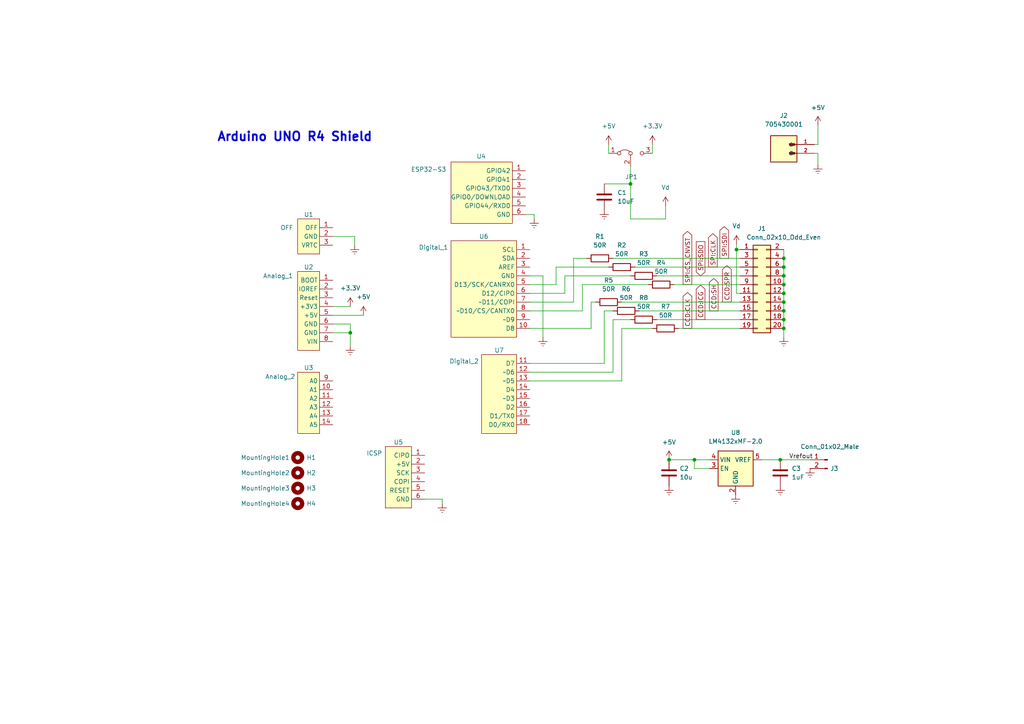
<source format=kicad_sch>
(kicad_sch (version 20231120) (generator "eeschema") (generator_version "8.0")
  (paper "A4")
  (title_block (title "Arduino UNO R4 Shield Template SCH") (date "2023-07-13") (rev "1.0") (company "MStackoverflow"))
  (lib_symbols
    (symbol "705430001:705430001" (pin_names (offset 1.016))
      (property "Reference" "J" (at 0 3.81 0))
      (property "Value" "705430001" (at 0 -7.62 0))
      (symbol "705430001_0_0"
        (rectangle (start 0 -5.08) (end 7.62 2.54) (stroke (width 0.254)) (fill (type background)))
        (polyline (pts (xy 0 -2.54) (xy 1.905 -2.54)) (stroke (width 0.254)))
        (polyline (pts (xy 0 0) (xy 1.905 0)) (stroke (width 0.254)))
        (rectangle (start 0.635 -2.8575) (end 2.2225 -2.2225) (stroke (width 0.1)) (fill (type outline)))
        (rectangle (start 0.635 -0.3175) (end 2.2225 0.3175) (stroke (width 0.1)) (fill (type outline)))
        (pin passive line (at -5.08 0 0) (length 5.08) (name "1") (number "1"))
        (pin passive line (at -5.08 -2.54 0) (length 5.08) (name "2") (number "2"))
      )
    )
    (symbol "Connector:Conn_01x02_Male" (pin_names (offset 1.016) hide)
      (property "Reference" "J" (at 0 2.54 0))
      (property "Value" "Conn_01x02_Male" (at 0 -5.08 0))
      (symbol "Conn_01x02_Male_1_1"
        (polyline (pts (xy 1.27 -2.54) (xy 0.8636 -2.54)) (stroke (width 0.1524)))
        (polyline (pts (xy 1.27 0) (xy 0.8636 0)) (stroke (width 0.1524)))
        (rectangle (start 0.8636 -2.413) (end 0 -2.667) (stroke (width 0.1524)) (fill (type outline)))
        (rectangle (start 0.8636 0.127) (end 0 -0.127) (stroke (width 0.1524)) (fill (type outline)))
        (pin passive line (at 5.08 0 180) (length 3.81) (name "Pin_1") (number "1"))
        (pin passive line (at 5.08 -2.54 180) (length 3.81) (name "Pin_2") (number "2"))
      )
    )
    (symbol "Connector_Arduino:Arduino_Header_Analog_1"
      (property "Reference" "U" (at -5.08 6.35 0))
      (property "Value" "Arduino_Header_Analog_1" (at -2.54 8.89 0))
      (symbol "Arduino_Header_Analog_1_0_1"
        (rectangle (start -6.35 5.08) (end 0 -17.78) (fill (type background)))
      )
      (symbol "Arduino_Header_Analog_1_1_1"
        (pin input line (at 3.81 2.54 180) (length 3.81) (name "BOOT") (number "1"))
        (pin power_out line (at 3.81 0 180) (length 3.81) (name "IOREF") (number "2"))
        (pin input line (at 3.81 -2.54 180) (length 3.81) (name "Reset") (number "3"))
        (pin power_out line (at 3.81 -5.08 180) (length 3.81) (name "+3V3") (number "4"))
        (pin power_out line (at 3.81 -7.62 180) (length 3.81) (name "+5V") (number "5"))
        (pin power_out line (at 3.81 -10.16 180) (length 3.81) (name "GND") (number "6"))
        (pin power_out line (at 3.81 -12.7 180) (length 3.81) (name "GND") (number "7"))
        (pin power_out line (at 3.81 -15.24 180) (length 3.81) (name "VIN") (number "8"))
      )
    )
    (symbol "Connector_Arduino:Arduino_Header_Analog_2"
      (property "Reference" "U" (at -5.08 6.35 0))
      (property "Value" "Arduino_Header_Analog_2" (at -2.54 8.89 0))
      (symbol "Arduino_Header_Analog_2_0_1"
        (rectangle (start -6.35 5.08) (end 0 -12.7) (fill (type background)))
      )
      (symbol "Arduino_Header_Analog_2_1_1"
        (pin bidirectional line (at 3.81 0 180) (length 3.81) (name "A1") (number "10"))
        (pin bidirectional line (at 3.81 -2.54 180) (length 3.81) (name "A2") (number "11"))
        (pin bidirectional line (at 3.81 -5.08 180) (length 3.81) (name "A3") (number "12"))
        (pin bidirectional line (at 3.81 -7.62 180) (length 3.81) (name "A4") (number "13"))
        (pin bidirectional line (at 3.81 -10.16 180) (length 3.81) (name "A5") (number "14"))
        (pin bidirectional line (at 3.81 2.54 180) (length 3.81) (name "A0") (number "9"))
      )
    )
    (symbol "Connector_Arduino:Arduino_Header_Digital_1"
      (property "Reference" "U" (at -5.08 6.35 0))
      (property "Value" "Arduino_Header_Digital_1" (at -2.54 8.89 0))
      (symbol "Arduino_Header_Digital_1_0_1"
        (rectangle (start -19.05 5.08) (end 0 -22.86) (fill (type background)))
      )
      (symbol "Arduino_Header_Digital_1_1_1"
        (pin bidirectional line (at 3.81 2.54 180) (length 3.81) (name "SCL") (number "1"))
        (pin bidirectional line (at 3.81 -20.32 180) (length 3.81) (name "D8") (number "10"))
        (pin bidirectional line (at 3.81 0 180) (length 3.81) (name "SDA") (number "2"))
        (pin output line (at 3.81 -2.54 180) (length 3.81) (name "AREF") (number "3"))
        (pin power_out line (at 3.81 -5.08 180) (length 3.81) (name "GND") (number "4"))
        (pin bidirectional line (at 3.81 -7.62 180) (length 3.81) (name "D13/SCK/CANRX0") (number "5"))
        (pin bidirectional line (at 3.81 -10.16 180) (length 3.81) (name "D12/CIPO") (number "6"))
        (pin bidirectional line (at 3.81 -12.7 180) (length 3.81) (name "~D11/COPI") (number "7"))
        (pin bidirectional line (at 3.81 -15.24 180) (length 3.81) (name "~D10/CS/CANTX0") (number "8"))
        (pin bidirectional line (at 3.81 -17.78 180) (length 3.81) (name "~D9") (number "9"))
      )
    )
    (symbol "Connector_Arduino:Arduino_Header_Digital_2"
      (property "Reference" "U" (at -5.08 6.35 0))
      (property "Value" "Arduino_Header_Digital_2" (at -2.54 8.89 0))
      (symbol "Arduino_Header_Digital_2_0_1"
        (rectangle (start -10.16 5.08) (end 0 -17.78) (fill (type background)))
      )
      (symbol "Arduino_Header_Digital_2_1_1"
        (pin bidirectional line (at 3.81 2.54 180) (length 3.81) (name "D7") (number "11"))
        (pin bidirectional line (at 3.81 0 180) (length 3.81) (name "~D6") (number "12"))
        (pin bidirectional line (at 3.81 -2.54 180) (length 3.81) (name "~D5") (number "13"))
        (pin bidirectional line (at 3.81 -5.08 180) (length 3.81) (name "D4") (number "14"))
        (pin bidirectional line (at 3.81 -7.62 180) (length 3.81) (name "~D3") (number "15"))
        (pin bidirectional line (at 3.81 -10.16 180) (length 3.81) (name "D2") (number "16"))
        (pin bidirectional line (at 3.81 -12.7 180) (length 3.81) (name "D1/TX0") (number "17"))
        (pin bidirectional line (at 3.81 -15.24 180) (length 3.81) (name "D0/RX0") (number "18"))
      )
    )
    (symbol "Connector_Arduino:Arduino_Header_ESP32-S3"
      (property "Reference" "U" (at -5.08 6.35 0))
      (property "Value" "Arduino_Header_ESP32-S3" (at -2.54 8.89 0))
      (symbol "Arduino_Header_ESP32-S3_0_1"
        (rectangle (start -17.78 5.08) (end 0 -12.7) (fill (type background)))
      )
      (symbol "Arduino_Header_ESP32-S3_1_1"
        (pin bidirectional line (at 3.81 2.54 180) (length 3.81) (name "GPIO42") (number "1"))
        (pin bidirectional line (at 3.81 0 180) (length 3.81) (name "GPIO41") (number "2"))
        (pin bidirectional line (at 3.81 -2.54 180) (length 3.81) (name "GPIO43/TXD0") (number "3"))
        (pin bidirectional line (at 3.81 -5.08 180) (length 3.81) (name "GPIO0/DOWNLOAD") (number "4"))
        (pin bidirectional line (at 3.81 -7.62 180) (length 3.81) (name "GPIO44/RXD0") (number "5"))
        (pin power_out line (at 3.81 -10.16 180) (length 3.81) (name "GND") (number "6"))
      )
    )
    (symbol "Connector_Arduino:Arduino_Header_ICSP"
      (property "Reference" "U" (at -5.08 6.35 0))
      (property "Value" "Arduino_Header_ICSP" (at -2.54 8.89 0))
      (symbol "Arduino_Header_ICSP_0_1"
        (rectangle (start -7.62 5.08) (end 0 -12.7) (fill (type background)))
      )
      (symbol "Arduino_Header_ICSP_1_1"
        (pin bidirectional line (at 3.81 2.54 180) (length 3.81) (name "CIPO") (number "1"))
        (pin power_out line (at 3.81 0 180) (length 3.81) (name "+5V") (number "2"))
        (pin bidirectional line (at 3.81 -2.54 180) (length 3.81) (name "SCK") (number "3"))
        (pin bidirectional line (at 3.81 -5.08 180) (length 3.81) (name "COPI") (number "4"))
        (pin bidirectional line (at 3.81 -7.62 180) (length 3.81) (name "RESET") (number "5"))
        (pin power_out line (at 3.81 -10.16 180) (length 3.81) (name "GND") (number "6"))
      )
    )
    (symbol "Connector_Arduino:Arduino_Header_OFF"
      (property "Reference" "U" (at -5.08 6.35 0))
      (property "Value" "Arduino_Header_OFF" (at -2.54 8.89 0))
      (symbol "Arduino_Header_OFF_0_1"
        (rectangle (start -6.35 5.08) (end 0 -5.08) (fill (type background)))
      )
      (symbol "Arduino_Header_OFF_1_1"
        (pin input line (at 3.81 2.54 180) (length 3.81) (name "OFF") (number "1"))
        (pin power_out line (at 3.81 0 180) (length 3.81) (name "GND") (number "2"))
        (pin power_in line (at 3.81 -2.54 180) (length 3.81) (name "VRTC") (number "3"))
      )
    )
    (symbol "Connector_Generic:Conn_02x10_Odd_Even" (pin_names (offset 1.016) hide)
      (property "Reference" "J" (at 1.27 12.7 0))
      (property "Value" "Conn_02x10_Odd_Even" (at 1.27 -15.24 0))
      (symbol "Conn_02x10_Odd_Even_1_1"
        (rectangle (start -1.27 -12.573) (end 0 -12.827) (stroke (width 0.1524)))
        (rectangle (start -1.27 -10.033) (end 0 -10.287) (stroke (width 0.1524)))
        (rectangle (start -1.27 -7.493) (end 0 -7.747) (stroke (width 0.1524)))
        (rectangle (start -1.27 -4.953) (end 0 -5.207) (stroke (width 0.1524)))
        (rectangle (start -1.27 -2.413) (end 0 -2.667) (stroke (width 0.1524)))
        (rectangle (start -1.27 0.127) (end 0 -0.127) (stroke (width 0.1524)))
        (rectangle (start -1.27 2.667) (end 0 2.413) (stroke (width 0.1524)))
        (rectangle (start -1.27 5.207) (end 0 4.953) (stroke (width 0.1524)))
        (rectangle (start -1.27 7.747) (end 0 7.493) (stroke (width 0.1524)))
        (rectangle (start -1.27 10.287) (end 0 10.033) (stroke (width 0.1524)))
        (rectangle (start -1.27 11.43) (end 3.81 -13.97) (stroke (width 0.254)) (fill (type background)))
        (rectangle (start 3.81 -12.573) (end 2.54 -12.827) (stroke (width 0.1524)))
        (rectangle (start 3.81 -10.033) (end 2.54 -10.287) (stroke (width 0.1524)))
        (rectangle (start 3.81 -7.493) (end 2.54 -7.747) (stroke (width 0.1524)))
        (rectangle (start 3.81 -4.953) (end 2.54 -5.207) (stroke (width 0.1524)))
        (rectangle (start 3.81 -2.413) (end 2.54 -2.667) (stroke (width 0.1524)))
        (rectangle (start 3.81 0.127) (end 2.54 -0.127) (stroke (width 0.1524)))
        (rectangle (start 3.81 2.667) (end 2.54 2.413) (stroke (width 0.1524)))
        (rectangle (start 3.81 5.207) (end 2.54 4.953) (stroke (width 0.1524)))
        (rectangle (start 3.81 7.747) (end 2.54 7.493) (stroke (width 0.1524)))
        (rectangle (start 3.81 10.287) (end 2.54 10.033) (stroke (width 0.1524)))
        (pin passive line (at -5.08 10.16 0) (length 3.81) (name "Pin_1") (number "1"))
        (pin passive line (at 7.62 0 180) (length 3.81) (name "Pin_10") (number "10"))
        (pin passive line (at -5.08 -2.54 0) (length 3.81) (name "Pin_11") (number "11"))
        (pin passive line (at 7.62 -2.54 180) (length 3.81) (name "Pin_12") (number "12"))
        (pin passive line (at -5.08 -5.08 0) (length 3.81) (name "Pin_13") (number "13"))
        (pin passive line (at 7.62 -5.08 180) (length 3.81) (name "Pin_14") (number "14"))
        (pin passive line (at -5.08 -7.62 0) (length 3.81) (name "Pin_15") (number "15"))
        (pin passive line (at 7.62 -7.62 180) (length 3.81) (name "Pin_16") (number "16"))
        (pin passive line (at -5.08 -10.16 0) (length 3.81) (name "Pin_17") (number "17"))
        (pin passive line (at 7.62 -10.16 180) (length 3.81) (name "Pin_18") (number "18"))
        (pin passive line (at -5.08 -12.7 0) (length 3.81) (name "Pin_19") (number "19"))
        (pin passive line (at 7.62 10.16 180) (length 3.81) (name "Pin_2") (number "2"))
        (pin passive line (at 7.62 -12.7 180) (length 3.81) (name "Pin_20") (number "20"))
        (pin passive line (at -5.08 7.62 0) (length 3.81) (name "Pin_3") (number "3"))
        (pin passive line (at 7.62 7.62 180) (length 3.81) (name "Pin_4") (number "4"))
        (pin passive line (at -5.08 5.08 0) (length 3.81) (name "Pin_5") (number "5"))
        (pin passive line (at 7.62 5.08 180) (length 3.81) (name "Pin_6") (number "6"))
        (pin passive line (at -5.08 2.54 0) (length 3.81) (name "Pin_7") (number "7"))
        (pin passive line (at 7.62 2.54 180) (length 3.81) (name "Pin_8") (number "8"))
        (pin passive line (at -5.08 0 0) (length 3.81) (name "Pin_9") (number "9"))
      )
    )
    (symbol "Device:C" (pin_numbers hide) (pin_names (offset 0.254))
      (property "Reference" "C" (at 0.635 2.54 0))
      (property "Value" "C" (at 0.635 -2.54 0))
      (symbol "C_0_1"
        (polyline (pts (xy -2.032 -0.762) (xy 2.032 -0.762)) (stroke (width 0.508)))
        (polyline (pts (xy -2.032 0.762) (xy 2.032 0.762)) (stroke (width 0.508)))
      )
      (symbol "C_1_1"
        (pin passive line (at 0 3.81 270) (length 2.794) (name "~") (number "1"))
        (pin passive line (at 0 -3.81 90) (length 2.794) (name "~") (number "2"))
      )
    )
    (symbol "Device:R" (pin_numbers hide) (pin_names (offset 0))
      (property "Reference" "R" (at 2.032 0 90))
      (property "Value" "R" (at 0 0 90))
      (symbol "R_0_1"
        (rectangle (start -1.016 -2.54) (end 1.016 2.54) (stroke (width 0.254)))
      )
      (symbol "R_1_1"
        (pin passive line (at 0 3.81 270) (length 1.27) (name "~") (number "1"))
        (pin passive line (at 0 -3.81 90) (length 1.27) (name "~") (number "2"))
      )
    )
    (symbol "Jumper:Jumper_3_Bridged12" (pin_names (offset 0) hide)
      (property "Reference" "JP" (at -2.54 -2.54 0))
      (property "Value" "Jumper_3_Bridged12" (at 0 2.794 0))
      (symbol "Jumper_3_Bridged12_0_0"
        (circle (center -3.302 0) (radius 0.508))
        (circle (center 0 0) (radius 0.508))
        (circle (center 3.302 0) (radius 0.508))
      )
      (symbol "Jumper_3_Bridged12_0_1"
        (arc (start -0.254 0.508) (mid -1.651 0.9912) (end -3.048 0.508))
        (polyline (pts (xy 0 -1.27) (xy 0 -0.508)))
      )
      (symbol "Jumper_3_Bridged12_1_1"
        (pin passive line (at -6.35 0 0) (length 2.54) (name "A") (number "1"))
        (pin passive line (at 0 -3.81 90) (length 2.54) (name "C") (number "2"))
        (pin passive line (at 6.35 0 180) (length 2.54) (name "B") (number "3"))
      )
    )
    (symbol "Mechanical_Arduino:MountingHole_Arduino" (pin_names (offset 1.016))
      (property "Reference" "H" (at 0 5.08 0))
      (property "Value" "MountingHole_Arduino" (at 0 3.175 0))
      (symbol "MountingHole_Arduino_0_1"
        (circle (center 0 0) (radius 1.27) (stroke (width 1.27)))
      )
    )
    (symbol "Reference_Voltage:LM4132xMF-2.0"
      (property "Reference" "U" (at -4.318 6.096 0))
      (property "Value" "LM4132xMF-2.0" (at 7.874 6.096 0))
      (symbol "LM4132xMF-2.0_0_1"
        (rectangle (start -5.08 5.08) (end 5.08 -5.08) (stroke (width 0.254)) (fill (type background)))
      )
      (symbol "LM4132xMF-2.0_1_1"
        (pin no_connect line (at 5.08 0 180) (length 2.54) hide (name "NC") (number "1"))
        (pin power_in line (at 0 -7.62 90) (length 2.54) (name "GND") (number "2"))
        (pin input line (at -7.62 0 0) (length 2.54) (name "EN") (number "3"))
        (pin power_in line (at -7.62 2.54 0) (length 2.54) (name "VIN") (number "4"))
        (pin power_out line (at 7.62 2.54 180) (length 2.54) (name "VREF") (number "5"))
      )
    )
    (symbol "power:+3.3V" (power) (pin_names (offset 0))
      (property "Value" "+3.3V" (at 0 3.556 0))
      (symbol "+3.3V_0_1"
        (polyline (pts (xy -0.762 1.27) (xy 0 2.54)))
        (polyline (pts (xy 0 0) (xy 0 2.54)))
        (polyline (pts (xy 0 2.54) (xy 0.762 1.27)))
      )
      (symbol "+3.3V_1_1"
        (pin power_in line (at 0 0 90) (length 0) hide (name "+3.3V") (number "1"))
      )
    )
    (symbol "power:+5V" (power) (pin_names (offset 0))
      (property "Value" "+5V" (at 0 3.556 0))
      (symbol "+5V_0_1"
        (polyline (pts (xy -0.762 1.27) (xy 0 2.54)))
        (polyline (pts (xy 0 0) (xy 0 2.54)))
        (polyline (pts (xy 0 2.54) (xy 0.762 1.27)))
      )
      (symbol "+5V_1_1"
        (pin power_in line (at 0 0 90) (length 0) hide (name "+5V") (number "1"))
      )
    )
    (symbol "power:Earth" (power) (pin_names (offset 0))
      (symbol "Earth_0_1"
        (polyline (pts (xy -0.635 -1.905) (xy 0.635 -1.905)))
        (polyline (pts (xy -0.127 -2.54) (xy 0.127 -2.54)))
        (polyline (pts (xy 0 -1.27) (xy 0 0)))
        (polyline (pts (xy 1.27 -1.27) (xy -1.27 -1.27)))
      )
      (symbol "Earth_1_1"
        (pin power_in line (at 0 0 270) (length 0) hide (name "Earth") (number "1"))
      )
    )
  )
  (junction (at 213.614 72.39))
  (junction (at 227.33 82.55))
  (junction (at 227.33 85.09))
  (junction (at 227.33 95.25))
  (junction (at 101.6 96.52))
  (junction (at 227.33 74.93))
  (junction (at 194.056 133.35))
  (junction (at 227.33 77.47))
  (junction (at 227.33 80.01))
  (junction (at 227.33 87.63))
  (junction (at 182.88 53.34))
  (junction (at 227.33 90.17))
  (junction (at 226.314 133.35))
  (junction (at 201.422 133.35))
  (junction (at 227.33 92.71))
  (wire (pts (xy 123.19 144.78) (xy 128.27 144.78)))
  (wire (pts (xy 168.91 90.17) (xy 153.67 90.17)))
  (wire (pts (xy 153.67 105.41) (xy 175.26 105.41)))
  (wire (pts (xy 213.614 72.39) (xy 213.614 85.09)))
  (wire (pts (xy 102.87 68.58) (xy 102.87 71.12)))
  (wire (pts (xy 185.42 90.17) (xy 214.63 90.17)))
  (wire (pts (xy 175.26 105.41) (xy 175.26 90.17)))
  (wire (pts (xy 177.8 92.71) (xy 182.88 92.71)))
  (wire (pts (xy 96.52 96.52) (xy 101.6 96.52)))
  (wire (pts (xy 220.98 133.35) (xy 226.314 133.35)))
  (wire (pts (xy 163.83 85.09) (xy 163.83 80.01)))
  (wire (pts (xy 182.88 48.26) (xy 182.88 53.34)))
  (wire (pts (xy 182.88 53.34) (xy 182.88 63.5)))
  (wire (pts (xy 152.4 62.23) (xy 154.94 62.23)))
  (wire (pts (xy 177.8 107.95) (xy 177.8 92.71)))
  (wire (pts (xy 214.63 85.09) (xy 213.614 85.09)))
  (wire (pts (xy 227.33 77.47) (xy 227.33 80.01)))
  (wire (pts (xy 153.67 107.95) (xy 177.8 107.95)))
  (wire (pts (xy 166.37 87.63) (xy 166.37 74.93)))
  (wire (pts (xy 227.33 74.93) (xy 227.33 77.47)))
  (wire (pts (xy 226.314 133.35) (xy 234.95 133.35)))
  (wire (pts (xy 190.5 80.01) (xy 214.63 80.01)))
  (wire (pts (xy 171.45 95.25) (xy 171.45 87.63)))
  (wire (pts (xy 161.29 82.55) (xy 161.29 77.47)))
  (wire (pts (xy 128.27 144.78) (xy 128.27 146.05)))
  (wire (pts (xy 180.34 110.49) (xy 180.34 95.25)))
  (wire (pts (xy 180.34 87.63) (xy 214.63 87.63)))
  (wire (pts (xy 161.29 77.47) (xy 176.53 77.47)))
  (wire (pts (xy 201.422 133.35) (xy 205.74 133.35)))
  (wire (pts (xy 227.33 87.63) (xy 227.33 90.17)))
  (wire (pts (xy 171.45 87.63) (xy 172.72 87.63)))
  (wire (pts (xy 153.67 95.25) (xy 171.45 95.25)))
  (wire (pts (xy 163.83 80.01) (xy 182.88 80.01)))
  (wire (pts (xy 168.91 82.55) (xy 168.91 90.17)))
  (wire (pts (xy 227.33 85.09) (xy 227.33 87.63)))
  (wire (pts (xy 101.6 93.98) (xy 101.6 96.52)))
  (wire (pts (xy 227.33 82.55) (xy 227.33 85.09)))
  (wire (pts (xy 96.52 91.44) (xy 105.41 91.44)))
  (wire (pts (xy 180.34 95.25) (xy 189.23 95.25)))
  (wire (pts (xy 189.23 41.91) (xy 189.23 44.45)))
  (wire (pts (xy 237.236 44.45) (xy 236.22 44.45)))
  (wire (pts (xy 96.52 93.98) (xy 101.6 93.98)))
  (wire (pts (xy 153.67 82.55) (xy 161.29 82.55)))
  (wire (pts (xy 237.236 41.91) (xy 236.22 41.91)))
  (wire (pts (xy 227.33 92.71) (xy 227.33 95.25)))
  (wire (pts (xy 175.26 90.17) (xy 177.8 90.17)))
  (wire (pts (xy 154.94 62.23) (xy 154.94 63.5)))
  (wire (pts (xy 153.67 80.01) (xy 157.48 80.01)))
  (wire (pts (xy 213.614 72.39) (xy 214.63 72.39)))
  (wire (pts (xy 193.04 63.5) (xy 193.04 59.69)))
  (wire (pts (xy 153.67 85.09) (xy 163.83 85.09)))
  (wire (pts (xy 101.6 96.52) (xy 101.6 100.33)))
  (wire (pts (xy 237.236 47.752) (xy 237.236 44.45)))
  (wire (pts (xy 227.33 90.17) (xy 227.33 92.71)))
  (wire (pts (xy 196.85 95.25) (xy 214.63 95.25)))
  (wire (pts (xy 184.15 77.47) (xy 214.63 77.47)))
  (wire (pts (xy 213.614 70.866) (xy 213.614 72.39)))
  (wire (pts (xy 153.67 87.63) (xy 166.37 87.63)))
  (wire (pts (xy 177.8 74.93) (xy 214.63 74.93)))
  (wire (pts (xy 96.52 88.9) (xy 101.6 88.9)))
  (wire (pts (xy 227.33 80.01) (xy 227.33 82.55)))
  (wire (pts (xy 190.5 92.71) (xy 214.63 92.71)))
  (wire (pts (xy 227.33 72.39) (xy 227.33 74.93)))
  (wire (pts (xy 205.74 135.89) (xy 201.422 135.89)))
  (wire (pts (xy 182.88 63.5) (xy 193.04 63.5)))
  (wire (pts (xy 153.67 110.49) (xy 180.34 110.49)))
  (wire (pts (xy 168.91 82.55) (xy 187.96 82.55)))
  (wire (pts (xy 194.056 133.35) (xy 201.422 133.35)))
  (wire (pts (xy 214.63 82.55) (xy 195.58 82.55)))
  (wire (pts (xy 237.236 36.322) (xy 237.236 41.91)))
  (wire (pts (xy 175.26 53.34) (xy 182.88 53.34)))
  (wire (pts (xy 176.53 41.91) (xy 176.53 44.45)))
  (wire (pts (xy 227.33 95.25) (xy 227.33 97.79)))
  (wire (pts (xy 96.52 68.58) (xy 102.87 68.58)))
  (wire (pts (xy 201.422 135.89) (xy 201.422 133.35)))
  (wire (pts (xy 157.48 80.01) (xy 157.48 97.79)))
  (wire (pts (xy 166.37 74.93) (xy 170.18 74.93)))
  (text "Arduino UNO R4 Shield" (at 62.865 41.275 0) (effects (font (size 2.54 2.54) (thickness 0.508) (bold yes)) (justify left bottom)))
  (label "Vrefout" (at 228.854 133.35 0))
  (global_label "SPI:SDI" (shape output) (at 210.058 74.93 90) (property "Intersheetrefs" "${INTERSHEET_REFS}" (effects (hide yes))))
  (global_label "SPI:SDO" (shape input) (at 203.2 80.01 90) (property "Intersheetrefs" "${INTERSHEET_REFS}" (effects (hide yes))))
  (global_label "SPI:CS_CNVST" (shape output) (at 199.39 82.55 90) (property "Intersheetrefs" "${INTERSHEET_REFS}" (effects (hide yes))))
  (global_label "SPI:CLK" (shape output) (at 206.756 77.47 90) (property "Intersheetrefs" "${INTERSHEET_REFS}" (effects (hide yes))))
  (global_label "CCD:CLK" (shape output) (at 199.39 95.25 90) (property "Intersheetrefs" "${INTERSHEET_REFS}" (effects (hide yes))))
  (global_label "CCD:SPR" (shape output) (at 210.82 87.63 90) (property "Intersheetrefs" "${INTERSHEET_REFS}" (effects (hide yes))))
  (global_label "CCD:SH" (shape output) (at 207.01 90.17 90) (property "Intersheetrefs" "${INTERSHEET_REFS}" (effects (hide yes))))
  (global_label "CCD:ICG" (shape output) (at 203.2 92.71 90) (property "Intersheetrefs" "${INTERSHEET_REFS}" (effects (hide yes))))
  (symbol (lib_id "Device:C") (at 226.314 137.16 0) (unit 1)
    (property "Reference" "C3" (at 229.616 135.8899 0) (effects (justify left)))
    (property "Value" "1uF" (at 229.616 138.4299 0) (effects (justify left)))
    (property "Footprint" "Capacitor_SMD:C_0603_1608Metric_Pad1.08x0.95mm_HandSolder" (effects (hide yes)))
    (property "Description" "Cer Cap 1uF 10% 16V" (effects (hide yes)))
    (property "Digikey" "1276-1034-1-ND" (effects (hide yes)))
  )
  (symbol (lib_id "Jumper:Jumper_3_Bridged12") (at 182.88 44.45 0) (unit 1)
    (property "Reference" "JP1" (at 183.134 51.308 0))
    (property "Value" "Conn_01x03_Male" (effects (hide yes)))
    (property "Footprint" "Connector_PinHeader_2.54mm:PinHeader_1x03_P2.54mm_Vertical" (effects (hide yes)))
    (property "Description" "Header (jumper), 3 pos 1.27mm" (effects (hide yes)))
    (property "Manufacturer_Name" "Sullins" (effects (hide yes)))
    (property "Manufacturer_Part_Number" "GRPB031VWVN-RC" (effects (hide yes)))
    (property "Ancilliary" "S9345-ND" (effects (hide yes)))
  )
  (symbol (lib_id "power:Earth") (at 157.48 97.79 0) (unit 1)
    (property "Reference" "#PWR013" (effects (hide yes)))
    (property "Value" "Earth" (effects (hide yes)))
  )
  (symbol (lib_id "power:+5V") (at 194.056 133.35 0) (unit 1)
    (property "Reference" "#PWR016" (effects (hide yes)))
    (property "Value" "+5V" (at 194.056 128.27 0))
  )
  (symbol (lib_id "Device:R") (at 173.99 74.93 90) (unit 1)
    (property "Reference" "R1" (at 173.99 68.58 90))
    (property "Value" "50R" (at 173.99 71.12 90))
    (property "Footprint" "Resistor_SMD:R_0805_2012Metric_Pad1.20x1.40mm_HandSolder" (effects (hide yes)))
    (property "Description" "Resistor" (effects (hide yes)))
  )
  (symbol (lib_id "Connector_Arduino:Arduino_Header_Digital_2") (at 149.86 107.95 0) (unit 1)
    (property "Reference" "U7" (at 144.78 101.6 0))
    (property "Value" "Digital_2" (at 134.62 104.775 0))
    (property "Footprint" "ArduinoPinSockets:Arduino_PinSocket_1x08_P2.54mm_Vertical" (effects (hide yes)))
  )
  (symbol (lib_id "power:Earth") (at 154.94 63.5 0) (unit 1)
    (property "Reference" "#PWR08" (effects (hide yes)))
    (property "Value" "Earth" (effects (hide yes)))
  )
  (symbol (lib_id "power:Earth") (at 101.6 100.33 0) (unit 1)
    (property "Reference" "#PWR09" (effects (hide yes)))
    (property "Value" "Earth" (effects (hide yes)))
  )
  (symbol (lib_id "Mechanical_Arduino:MountingHole_Arduino") (at 86.36 146.05 0) (unit 1)
    (property "Reference" "H4" (at 88.9 146.05 0) (effects (justify left)))
    (property "Value" "MountingHole4" (at 69.85 146.05 0) (effects (justify left)))
    (property "Footprint" "ArduinoMountingHoles:Arduino_MountingHole" (effects (hide yes)))
  )
  (symbol (lib_id "power:+3.3V") (at 105.41 91.44 0) (mirror y) (unit 1)
    (property "Reference" "#PWR06" (effects (hide yes)))
    (property "Value" "+5V" (at 105.41 86.106 0))
  )
  (symbol (lib_id "Connector_Arduino:Arduino_Header_ICSP") (at 119.38 134.62 0) (unit 1)
    (property "Reference" "U5" (at 115.57 128.27 0))
    (property "Value" "ICSP" (at 108.585 131.445 0))
    (property "Footprint" "ArduinoPinSockets:Arduino_PinSocket_2x03_P2.54mm_Vertical" (effects (hide yes)))
  )
  (symbol (lib_id "power:+3.3V") (at 189.23 41.91 0) (mirror y) (unit 1)
    (property "Reference" "#PWR04" (effects (hide yes)))
    (property "Value" "+3.3V" (at 189.23 36.576 0))
  )
  (symbol (lib_id "Reference_Voltage:LM4132xMF-2.0") (at 213.36 135.89 0) (unit 1)
    (property "Reference" "U8" (at 213.36 125.476 0))
    (property "Value" "LM4132xMF-2.0" (at 213.36 128.016 0))
    (property "Footprint" "Package_TO_SOT_SMD:SOT-23-5" (effects (hide yes)))
    (property "Datasheet" "http://www.ti.com/lit/ds/symlink/lm4132.pdf" (effects (hide yes)))
    (property "Digikey" "LM4132BMF-2.0/NOPBCT-ND" (effects (hide yes)))
  )
  (symbol (lib_id "Device:C") (at 194.056 137.16 0) (unit 1)
    (property "Reference" "C2" (at 197.104 135.8899 0) (effects (justify left)))
    (property "Value" "10u" (at 197.104 138.4299 0) (effects (justify left)))
    (property "Footprint" "Capacitor_SMD:C_0603_1608Metric_Pad1.08x0.95mm_HandSolder" (effects (hide yes)))
    (property "Description" "Cer Cap 10uF 10% 16V, X5R" (effects (hide yes)))
    (property "Digikey" "490-12317-1-ND" (effects (hide yes)))
  )
  (symbol (lib_id "Device:R") (at 191.77 82.55 90) (unit 1)
    (property "Reference" "R4" (at 191.77 76.2 90))
    (property "Value" "50R" (at 191.77 78.74 90))
    (property "Footprint" "Resistor_SMD:R_0805_2012Metric_Pad1.20x1.40mm_HandSolder" (effects (hide yes)))
    (property "Description" "Resistor" (effects (hide yes)))
  )
  (symbol (lib_id "Connector_Arduino:Arduino_Header_Analog_2") (at 92.71 113.03 0) (unit 1)
    (property "Reference" "U3" (at 89.535 106.68 0))
    (property "Value" "Analog_2" (at 81.28 109.22 0))
    (property "Footprint" "ArduinoPinSockets:Arduino_PinSocket_1x06_P2.54mm_Vertical" (effects (hide yes)))
  )
  (symbol (lib_id "Connector_Arduino:Arduino_Header_Digital_1") (at 149.86 74.93 0) (unit 1)
    (property "Reference" "U6" (at 140.335 68.58 0))
    (property "Value" "Digital_1" (at 125.73 71.755 0))
    (property "Footprint" "ArduinoPinSockets:Arduino_PinSocket_1x10_P2.54mm_Vertical" (effects (hide yes)))
  )
  (symbol (lib_id "Connector:Conn_01x02_Male") (at 240.03 133.35 0) (mirror y) (unit 1)
    (property "Reference" "J3" (at 240.792 135.8901 0) (effects (justify right)))
    (property "Value" "Conn_01x02_Male" (at 232.156 129.54 0) (effects (justify right)))
    (property "Footprint" "Connector_PinHeader_2.54mm:PinHeader_1x02_P2.54mm_Vertical" (effects (hide yes)))
    (property "Digikey" "3M156268-02-ND" (effects (hide yes)))
  )
  (symbol (lib_id "power:Earth") (at 175.26 60.96 0) (unit 1)
    (property "Reference" "#PWR014" (effects (hide yes)))
    (property "Value" "Earth" (effects (hide yes)))
  )
  (symbol (lib_id "Connector_Arduino:Arduino_Header_ESP32-S3") (at 148.59 52.07 0) (unit 1)
    (property "Reference" "U4" (at 139.5671 45.3227 0))
    (property "Value" "ESP32-S3" (at 124.3271 49.1327 0))
    (property "Footprint" "ArduinoPinSockets:Arduino_PinSocket_2x03_P2.54mm_Vertical" (effects (hide yes)))
  )
  (symbol (lib_id "Connector_Arduino:Arduino_Header_OFF") (at 92.71 68.58 0) (unit 1)
    (property "Reference" "U1" (at 89.535 62.23 0))
    (property "Value" "OFF" (at 83.185 66.04 0))
    (property "Footprint" "ArduinoPinSockets:Arduino_PinSocket_1x03_P2.54mm_Vertical" (effects (hide yes)))
  )
  (symbol (lib_id "705430001:705430001") (at 231.14 41.91 0) (mirror y) (unit 1)
    (property "Reference" "J2" (at 227.33 33.528 0))
    (property "Value" "705430001" (at 227.33 36.068 0))
    (property "Footprint" "MOLEX_705430001" (effects (hide yes)))
    (property "Description" "CONN HEADER VERT 2POS 2.54MM" (effects (hide yes)))
    (property "PARTREV" "M1" (effects (hide yes)))
    (property "STANDARD" "Manufacturer Recommendations" (effects (hide yes)))
    (property "MAXIMUM_PACKAGE_HEIGHT" "11.81 mm" (effects (hide yes)))
    (property "MANUFACTURER" "Molex" (effects (hide yes)))
    (property "Digikey" "WM4800-ND" (effects (hide yes)))
    (property "Manufacturer Part number" "0705430001" (effects (hide yes)))
  )
  (symbol (lib_id "power:Earth") (at 227.33 97.79 0) (unit 1)
    (property "Reference" "#PWR01" (effects (hide yes)))
    (property "Value" "Earth" (effects (hide yes)))
  )
  (symbol (lib_id "power:Earth") (at 102.87 71.12 0) (unit 1)
    (property "Reference" "#PWR010" (effects (hide yes)))
    (property "Value" "Earth" (effects (hide yes)))
  )
  (symbol (lib_id "Device:R") (at 186.69 80.01 90) (unit 1)
    (property "Reference" "R3" (at 186.69 73.66 90))
    (property "Value" "50R" (at 186.69 76.2 90))
    (property "Footprint" "Resistor_SMD:R_0805_2012Metric_Pad1.20x1.40mm_HandSolder" (effects (hide yes)))
    (property "Description" "Resistor" (effects (hide yes)))
  )
  (symbol (lib_id "Device:C") (at 175.26 57.15 0) (unit 1)
    (property "Reference" "C1" (at 179.07 55.8799 0) (effects (justify left)))
    (property "Value" "10uF" (at 179.07 58.4199 0) (effects (justify left)))
    (property "Footprint" "Capacitor_SMD:C_1206_3216Metric" (effects (hide yes)))
    (property "Description" "Unpolarized capacitor" (effects (hide yes)))
  )
  (symbol (lib_id "power:Earth") (at 237.236 47.752 0) (unit 1)
    (property "Reference" "#PWR015" (effects (hide yes)))
    (property "Value" "Earth" (effects (hide yes)))
  )
  (symbol (lib_id "power:+3.3V") (at 193.04 59.69 0) (mirror y) (unit 1)
    (property "Reference" "#PWR03" (effects (hide yes)))
    (property "Value" "Vd" (at 193.04 54.356 0))
  )
  (symbol (lib_id "power:Earth") (at 234.95 135.89 0) (unit 1)
    (property "Reference" "#PWR020" (effects (hide yes)))
    (property "Value" "Earth" (effects (hide yes)))
  )
  (symbol (lib_id "power:Earth") (at 213.36 143.51 0) (unit 1)
    (property "Reference" "#PWR018" (effects (hide yes)))
    (property "Value" "Earth" (effects (hide yes)))
  )
  (symbol (lib_id "power:+3.3V") (at 101.6 88.9 0) (mirror y) (unit 1)
    (property "Reference" "#PWR07" (effects (hide yes)))
    (property "Value" "+3.3V" (at 101.6 83.566 0))
  )
  (symbol (lib_id "Connector_Arduino:Arduino_Header_Analog_1") (at 92.71 83.82 0) (unit 1)
    (property "Reference" "U2" (at 89.535 77.47 0))
    (property "Value" "Analog_1" (at 80.645 80.01 0))
    (property "Footprint" "ArduinoPinSockets:Arduino_PinSocket_1x08_P2.54mm_Vertical" (effects (hide yes)))
  )
  (symbol (lib_id "Device:R") (at 186.69 92.71 90) (unit 1)
    (property "Reference" "R8" (at 186.69 86.36 90))
    (property "Value" "50R" (at 186.69 88.9 90))
    (property "Footprint" "Resistor_SMD:R_0805_2012Metric_Pad1.20x1.40mm_HandSolder" (effects (hide yes)))
    (property "Description" "Resistor" (effects (hide yes)))
  )
  (symbol (lib_id "power:Earth") (at 128.27 146.05 0) (unit 1)
    (property "Reference" "#PWR011" (effects (hide yes)))
    (property "Value" "Earth" (effects (hide yes)))
  )
  (symbol (lib_id "Connector_Generic:Conn_02x10_Odd_Even") (at 219.71 82.55 0) (unit 1)
    (property "Reference" "J1" (at 220.98 66.294 0))
    (property "Value" "Conn_02x10_Odd_Even" (at 227.33 68.834 0))
    (property "Footprint" "Connector_PinHeader_2.54mm:PinHeader_2x10_P2.54mm_Vertical" (effects (hide yes)))
    (property "Description" "CONN HEADER VERT 20POS 2.54MM" (effects (hide yes)))
    (property "Digikey" "3M156308-20-ND" (effects (hide yes)))
  )
  (symbol (lib_id "power:Earth") (at 226.314 140.97 0) (unit 1)
    (property "Reference" "#PWR019" (effects (hide yes)))
    (property "Value" "Earth" (effects (hide yes)))
  )
  (symbol (lib_id "power:+5V") (at 237.236 36.322 0) (unit 1)
    (property "Reference" "#PWR012" (effects (hide yes)))
    (property "Value" "+5V" (at 237.236 31.242 0))
  )
  (symbol (lib_id "Mechanical_Arduino:MountingHole_Arduino") (at 86.36 137.16 0) (unit 1)
    (property "Reference" "H2" (at 88.9 137.16 0) (effects (justify left)))
    (property "Value" "MountingHole2" (at 69.85 137.16 0) (effects (justify left)))
    (property "Footprint" "ArduinoMountingHoles:Arduino_MountingHole" (effects (hide yes)))
  )
  (symbol (lib_id "Mechanical_Arduino:MountingHole_Arduino") (at 86.36 132.715 0) (unit 1)
    (property "Reference" "H1" (at 88.9 132.715 0) (effects (justify left)))
    (property "Value" "MountingHole1" (at 69.85 132.715 0) (effects (justify left)))
    (property "Footprint" "ArduinoMountingHoles:Arduino_MountingHole" (effects (hide yes)))
  )
  (symbol (lib_id "Device:R") (at 193.04 95.25 90) (unit 1)
    (property "Reference" "R7" (at 193.04 88.9 90))
    (property "Value" "50R" (at 193.04 91.44 90))
    (property "Footprint" "Resistor_SMD:R_0805_2012Metric_Pad1.20x1.40mm_HandSolder" (effects (hide yes)))
    (property "Description" "Resistor" (effects (hide yes)))
  )
  (symbol (lib_id "Device:R") (at 180.34 77.47 90) (unit 1)
    (property "Reference" "R2" (at 180.34 71.12 90))
    (property "Value" "50R" (at 180.34 73.66 90))
    (property "Footprint" "Resistor_SMD:R_0805_2012Metric_Pad1.20x1.40mm_HandSolder" (effects (hide yes)))
    (property "Description" "Resistor" (effects (hide yes)))
  )
  (symbol (lib_id "power:+3.3V") (at 176.53 41.91 0) (mirror y) (unit 1)
    (property "Reference" "#PWR05" (effects (hide yes)))
    (property "Value" "+5V" (at 176.53 36.576 0))
  )
  (symbol (lib_id "power:+3.3V") (at 213.614 70.866 0) (mirror y) (unit 1)
    (property "Reference" "#PWR02" (effects (hide yes)))
    (property "Value" "Vd" (at 213.614 65.532 0))
  )
  (symbol (lib_id "Mechanical_Arduino:MountingHole_Arduino") (at 86.36 141.605 0) (unit 1)
    (property "Reference" "H3" (at 88.9 141.605 0) (effects (justify left)))
    (property "Value" "MountingHole3" (at 69.85 141.605 0) (effects (justify left)))
    (property "Footprint" "ArduinoMountingHoles:Arduino_MountingHole" (effects (hide yes)))
  )
  (symbol (lib_id "Device:R") (at 176.53 87.63 90) (unit 1)
    (property "Reference" "R5" (at 176.53 81.28 90))
    (property "Value" "50R" (at 176.53 83.82 90))
    (property "Footprint" "Resistor_SMD:R_0805_2012Metric_Pad1.20x1.40mm_HandSolder" (effects (hide yes)))
    (property "Description" "Resistor" (effects (hide yes)))
  )
  (symbol (lib_id "power:Earth") (at 194.056 140.97 0) (unit 1)
    (property "Reference" "#PWR017" (effects (hide yes)))
    (property "Value" "Earth" (effects (hide yes)))
  )
  (symbol (lib_id "Device:R") (at 181.61 90.17 90) (unit 1)
    (property "Reference" "R6" (at 181.61 83.82 90))
    (property "Value" "50R" (at 181.61 86.36 90))
    (property "Footprint" "Resistor_SMD:R_0805_2012Metric_Pad1.20x1.40mm_HandSolder" (effects (hide yes)))
    (property "Description" "Resistor" (effects (hide yes)))
  )
)
</source>
